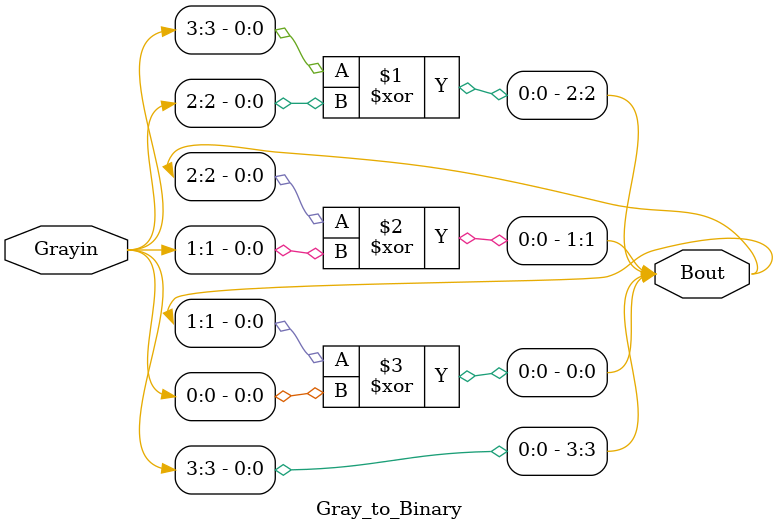
<source format=v>
`timescale 1ns / 1ps


module Gray_to_Binary(

input [3:0] Grayin,
output [3:0] Bout

    );
    assign Bout[3]=Grayin[3];
    assign Bout[2]=Bout[3] ^ Grayin[2];
    assign Bout[1]=Bout[2] ^ Grayin[1] ;
    assign Bout[0]=Bout[1] ^ Grayin[0];
endmodule

</source>
